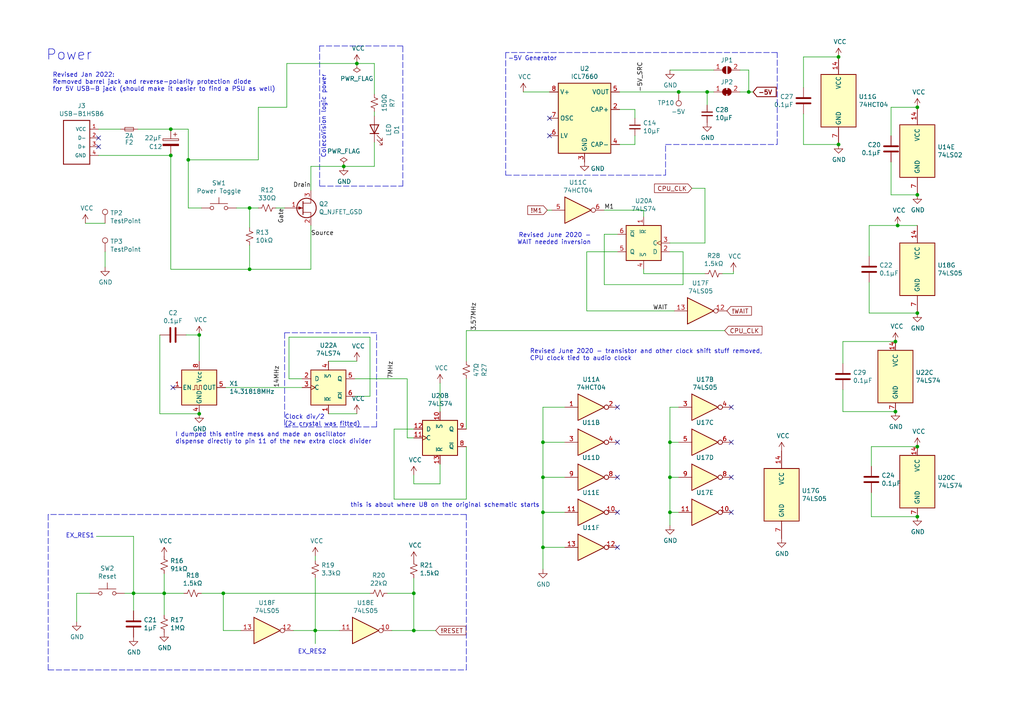
<source format=kicad_sch>
(kicad_sch (version 20250114) (generator "eeschema") (generator_version "9.0")
  (paper "A4")
  (lib_symbols
    (symbol "74xx:74LS02" (pin_names (offset 1.016))
      (property "Reference" "U" (at 0 1.27 0))
      (property "Value" "74LS02" (at 0 -1.27 0))
      (symbol "74LS02_1_1"
        (pin input line (at -7.62 2.54 0) (length 4.318) (name "~") (number "2"))
        (pin input line (at -7.62 -2.54 0) (length 4.318) (name "~") (number "3"))
        (pin output inverted (at 7.62 0 180) (length 3.81) (name "~") (number "1"))
      )
      (symbol "74LS02_1_2"
        (pin input inverted (at -7.62 2.54 0) (length 3.81) (name "~") (number "2"))
        (pin input inverted (at -7.62 -2.54 0) (length 3.81) (name "~") (number "3"))
        (pin output line (at 7.62 0 180) (length 3.81) (name "~") (number "1"))
      )
      (symbol "74LS02_2_1"
        (pin input line (at -7.62 2.54 0) (length 4.318) (name "~") (number "5"))
        (pin input line (at -7.62 -2.54 0) (length 4.318) (name "~") (number "6"))
        (pin output inverted (at 7.62 0 180) (length 3.81) (name "~") (number "4"))
      )
      (symbol "74LS02_2_2"
        (pin input inverted (at -7.62 2.54 0) (length 3.81) (name "~") (number "5"))
        (pin input inverted (at -7.62 -2.54 0) (length 3.81) (name "~") (number "6"))
        (pin output line (at 7.62 0 180) (length 3.81) (name "~") (number "4"))
      )
      (symbol "74LS02_3_1"
        (pin input line (at -7.62 2.54 0) (length 4.318) (name "~") (number "8"))
        (pin input line (at -7.62 -2.54 0) (length 4.318) (name "~") (number "9"))
        (pin output inverted (at 7.62 0 180) (length 3.81) (name "~") (number "10"))
      )
      (symbol "74LS02_3_2"
        (pin input inverted (at -7.62 2.54 0) (length 3.81) (name "~") (number "8"))
        (pin input inverted (at -7.62 -2.54 0) (length 3.81) (name "~") (number "9"))
        (pin output line (at 7.62 0 180) (length 3.81) (name "~") (number "10"))
      )
      (symbol "74LS02_4_1"
        (pin input line (at -7.62 2.54 0) (length 4.318) (name "~") (number "11"))
        (pin input line (at -7.62 -2.54 0) (length 4.318) (name "~") (number "12"))
        (pin output inverted (at 7.62 0 180) (length 3.81) (name "~") (number "13"))
      )
      (symbol "74LS02_4_2"
        (pin input inverted (at -7.62 2.54 0) (length 3.81) (name "~") (number "11"))
        (pin input inverted (at -7.62 -2.54 0) (length 3.81) (name "~") (number "12"))
        (pin output line (at 7.62 0 180) (length 3.81) (name "~") (number "13"))
      )
      (symbol "74LS02_5_0"
        (pin power_in line (at 0 12.7 270) (length 5.08) (name "VCC") (number "14"))
        (pin power_in line (at 0 -12.7 90) (length 5.08) (name "GND") (number "7"))
      )
    )
    (symbol "74xx:74LS04"
      (property "Reference" "U" (at 0 1.27 0))
      (property "Value" "74LS04" (at 0 -1.27 0))
      (symbol "74LS04_1_0"
        (pin input line (at -7.62 0 0) (length 3.81) (name "~") (number "1"))
        (pin output inverted (at 7.62 0 180) (length 3.81) (name "~") (number "2"))
      )
      (symbol "74LS04_2_0"
        (pin input line (at -7.62 0 0) (length 3.81) (name "~") (number "3"))
        (pin output inverted (at 7.62 0 180) (length 3.81) (name "~") (number "4"))
      )
      (symbol "74LS04_3_0"
        (pin input line (at -7.62 0 0) (length 3.81) (name "~") (number "5"))
        (pin output inverted (at 7.62 0 180) (length 3.81) (name "~") (number "6"))
      )
      (symbol "74LS04_4_0"
        (pin input line (at -7.62 0 0) (length 3.81) (name "~") (number "9"))
        (pin output inverted (at 7.62 0 180) (length 3.81) (name "~") (number "8"))
      )
      (symbol "74LS04_5_0"
        (pin input line (at -7.62 0 0) (length 3.81) (name "~") (number "11"))
        (pin output inverted (at 7.62 0 180) (length 3.81) (name "~") (number "10"))
      )
      (symbol "74LS04_6_0"
        (pin input line (at -7.62 0 0) (length 3.81) (name "~") (number "13"))
        (pin output inverted (at 7.62 0 180) (length 3.81) (name "~") (number "12"))
      )
      (symbol "74LS04_7_0"
        (pin power_in line (at 0 12.7 270) (length 5.08) (name "VCC") (number "14"))
        (pin power_in line (at 0 -12.7 90) (length 5.08) (name "GND") (number "7"))
      )
    )
    (symbol "74xx:74LS05" (pin_names (offset 1.016))
      (property "Reference" "U" (at 0 1.27 0))
      (property "Value" "74LS05" (at 0 -1.27 0))
      (symbol "74LS05_1_0"
        (pin input line (at -7.62 0 0) (length 3.81) (name "~") (number "1"))
        (pin open_collector inverted (at 7.62 0 180) (length 3.81) (name "~") (number "2"))
      )
      (symbol "74LS05_2_0"
        (pin input line (at -7.62 0 0) (length 3.81) (name "~") (number "3"))
        (pin open_collector inverted (at 7.62 0 180) (length 3.81) (name "~") (number "4"))
      )
      (symbol "74LS05_3_0"
        (pin input line (at -7.62 0 0) (length 3.81) (name "~") (number "5"))
        (pin open_collector inverted (at 7.62 0 180) (length 3.81) (name "~") (number "6"))
      )
      (symbol "74LS05_4_0"
        (pin input line (at -7.62 0 0) (length 3.81) (name "~") (number "9"))
        (pin open_collector inverted (at 7.62 0 180) (length 3.81) (name "~") (number "8"))
      )
      (symbol "74LS05_5_0"
        (pin input line (at -7.62 0 0) (length 3.81) (name "~") (number "11"))
        (pin open_collector inverted (at 7.62 0 180) (length 3.81) (name "~") (number "10"))
      )
      (symbol "74LS05_6_0"
        (pin input line (at -7.62 0 0) (length 3.81) (name "~") (number "13"))
        (pin open_collector inverted (at 7.62 0 180) (length 3.81) (name "~") (number "12"))
      )
      (symbol "74LS05_7_0"
        (pin power_in line (at 0 12.7 270) (length 5.08) (name "VCC") (number "14"))
        (pin power_in line (at 0 -12.7 90) (length 5.08) (name "GND") (number "7"))
      )
    )
    (symbol "74xx:74LS74" (pin_names (offset 1.016))
      (property "Reference" "U" (at -7.62 8.89 0))
      (property "Value" "74LS74" (at -7.62 -8.89 0))
      (symbol "74LS74_1_0"
        (pin input line (at -7.62 2.54 0) (length 2.54) (name "D") (number "2"))
        (pin input clock (at -7.62 0 0) (length 2.54) (name "C") (number "3"))
        (pin input line (at 0 7.62 270) (length 2.54) (name "~{S}") (number "4"))
        (pin input line (at 0 -7.62 90) (length 2.54) (name "~{R}") (number "1"))
        (pin output line (at 7.62 2.54 180) (length 2.54) (name "Q") (number "5"))
        (pin output line (at 7.62 -2.54 180) (length 2.54) (name "~{Q}") (number "6"))
      )
      (symbol "74LS74_2_0"
        (pin input line (at -7.62 2.54 0) (length 2.54) (name "D") (number "12"))
        (pin input clock (at -7.62 0 0) (length 2.54) (name "C") (number "11"))
        (pin input line (at 0 7.62 270) (length 2.54) (name "~{S}") (number "10"))
        (pin input line (at 0 -7.62 90) (length 2.54) (name "~{R}") (number "13"))
        (pin output line (at 7.62 2.54 180) (length 2.54) (name "Q") (number "9"))
        (pin output line (at 7.62 -2.54 180) (length 2.54) (name "~{Q}") (number "8"))
      )
      (symbol "74LS74_3_0"
        (pin power_in line (at 0 10.16 270) (length 2.54) (name "VCC") (number "14"))
        (pin power_in line (at 0 -10.16 90) (length 2.54) (name "GND") (number "7"))
      )
    )
    (symbol "Connector:TestPoint" (pin_numbers (hide yes)) (pin_names (offset 0.762) (hide yes))
      (property "Reference" "TP" (at 0 6.858 0))
      (property "Value" "TestPoint" (at 0 5.08 0))
      (symbol "TestPoint_1_1"
        (pin passive line (at 0 0 90) (length 2.54) (name "1") (number "1"))
      )
    )
    (symbol "Device:C" (pin_numbers (hide yes)) (pin_names (offset 0.254))
      (property "Reference" "C" (at 0.635 2.54 0))
      (property "Value" "C" (at 0.635 -2.54 0))
      (symbol "C_1_1"
        (pin passive line (at 0 3.81 270) (length 2.794) (name "~") (number "1"))
        (pin passive line (at 0 -3.81 90) (length 2.794) (name "~") (number "2"))
      )
    )
    (symbol "Device:CP" (pin_numbers (hide yes)) (pin_names (offset 0.254))
      (property "Reference" "C" (at 0.635 2.54 0))
      (property "Value" "Device_CP" (at 0.635 -2.54 0))
      (symbol "CP_1_1"
        (pin passive line (at 0 3.81 270) (length 2.794) (name "~") (number "1"))
        (pin passive line (at 0 -3.81 90) (length 2.794) (name "~") (number "2"))
      )
    )
    (symbol "Device:C_Small" (pin_numbers (hide yes)) (pin_names (offset 0.254) (hide yes))
      (property "Reference" "C" (at 0.254 1.778 0))
      (property "Value" "C_Small" (at 0.254 -2.032 0))
      (symbol "C_Small_1_1"
        (pin passive line (at 0 2.54 270) (length 2.032) (name "~") (number "1"))
        (pin passive line (at 0 -2.54 90) (length 2.032) (name "~") (number "2"))
      )
    )
    (symbol "Device:Fuse_Small" (pin_numbers (hide yes)) (pin_names (offset 0.254) (hide yes))
      (property "Reference" "F" (at 0 -1.524 0))
      (property "Value" "Fuse_Small" (at 0 1.524 0))
      (symbol "Fuse_Small_1_1"
        (pin passive line (at -2.54 0 0) (length 1.27) (name "~") (number "1"))
        (pin passive line (at 2.54 0 180) (length 1.27) (name "~") (number "2"))
      )
    )
    (symbol "Device:LED" (pin_numbers (hide yes)) (pin_names (offset 1.016) (hide yes))
      (property "Reference" "D" (at 0 2.54 0))
      (property "Value" "LED" (at 0 -2.54 0))
      (symbol "LED_1_1"
        (pin passive line (at -3.81 0 0) (length 2.54) (name "K") (number "1"))
        (pin passive line (at 3.81 0 180) (length 2.54) (name "A") (number "2"))
      )
    )
    (symbol "Device:Q_NJFET_GSD" (pin_names (offset 0) (hide yes))
      (property "Reference" "Q" (at 5.08 1.27 0))
      (property "Value" "Q_NJFET_GSD" (at 5.08 -1.27 0))
      (symbol "Q_NJFET_GSD_1_1"
        (pin input line (at -5.08 0 0) (length 5.334) (name "G") (number "1"))
        (pin passive line (at 2.54 5.08 270) (length 2.54) (name "D") (number "3"))
        (pin passive line (at 2.54 -5.08 90) (length 2.54) (name "S") (number "2"))
      )
    )
    (symbol "Device:R_Small_US" (pin_numbers (hide yes)) (pin_names (offset 0.254) (hide yes))
      (property "Reference" "R" (at 0.762 0.508 0))
      (property "Value" "R_Small_US" (at 0.762 -1.016 0))
      (symbol "R_Small_US_1_1"
        (pin passive line (at 0 2.54 270) (length 1.016) (name "~") (number "1"))
        (pin passive line (at 0 -2.54 90) (length 1.016) (name "~") (number "2"))
      )
    )
    (symbol "Jumper:SolderJumper_2_Bridged" (pin_names (offset 0) (hide yes))
      (property "Reference" "JP" (at 0 2.032 0))
      (property "Value" "SolderJumper_2_Bridged" (at 0 -2.54 0))
      (symbol "SolderJumper_2_Bridged_1_1"
        (pin passive line (at -3.81 0 0) (length 2.54) (name "A") (number "1"))
        (pin passive line (at 3.81 0 180) (length 2.54) (name "B") (number "2"))
      )
    )
    (symbol "Jumper:SolderJumper_2_Open" (pin_names (offset 0) (hide yes))
      (property "Reference" "JP" (at 0 2.032 0))
      (property "Value" "SolderJumper_2_Open" (at 0 -2.54 0))
      (symbol "SolderJumper_2_Open_1_1"
        (pin passive line (at -3.81 0 0) (length 2.54) (name "A") (number "1"))
        (pin passive line (at 3.81 0 180) (length 2.54) (name "B") (number "2"))
      )
    )
    (symbol "Oscillator:CXO_DIP8" (pin_names (offset 0.254))
      (property "Reference" "X" (at -5.08 6.35 0))
      (property "Value" "CXO_DIP8" (at 1.27 -6.35 0))
      (symbol "CXO_DIP8_1_1"
        (pin input line (at -7.62 0 0) (length 2.54) (name "EN") (number "1"))
        (pin power_in line (at 0 7.62 270) (length 2.54) (name "Vcc") (number "8"))
        (pin power_in line (at 0 -7.62 90) (length 2.54) (name "GND") (number "4"))
        (pin output line (at 7.62 0 180) (length 2.54) (name "OUT") (number "5"))
      )
    )
    (symbol "Regulator_SwitchedCapacitor:ICL7660"
      (property "Reference" "U" (at -6.35 11.43 0))
      (property "Value" "ICL7660" (at 3.81 11.43 0))
      (symbol "ICL7660_1_1"
        (pin power_in line (at -10.16 7.62 0) (length 2.54) (name "V+") (number "8"))
        (pin input line (at -10.16 0 0) (length 2.54) (name "OSC") (number "7"))
        (pin input line (at -10.16 -5.08 0) (length 2.54) (name "LV") (number "6"))
        (pin no_connect line (at -7.62 5.08 0) (length 2.54) (hide yes) (name "NC") (number "1"))
        (pin power_in line (at 0 -12.7 90) (length 2.54) (name "GND") (number "3"))
        (pin power_out line (at 10.16 7.62 180) (length 2.54) (name "VOUT") (number "5"))
        (pin input line (at 10.16 2.54 180) (length 2.54) (name "CAP+") (number "2"))
        (pin input line (at 10.16 -7.62 180) (length 2.54) (name "CAP-") (number "4"))
      )
    )
    (symbol "Switch:SW_Push" (pin_numbers (hide yes)) (pin_names (offset 1.016) (hide yes))
      (property "Reference" "SW" (at 1.27 2.54 0))
      (property "Value" "SW_Push" (at 0 -1.524 0))
      (symbol "SW_Push_0_1"
        (pin passive line (at -5.08 0 0) (length 2.54) (name "1") (number "1"))
        (pin passive line (at 5.08 0 180) (length 2.54) (name "2") (number "2"))
      )
    )
    (symbol "USB-B1HSB6:USB-B1HSB6" (pin_names (offset 1.016))
      (property "Reference" "X" (at 0 5.08 0))
      (property "Value" "USB-B1HSB6" (at 0 -10.16 0))
      (symbol "USB-B1HSB6_0_0"
        (pin power_in line (at -2.54 2.54 0) (length 2.54) (name "VCC") (number "1"))
        (pin bidirectional line (at -2.54 0 0) (length 2.54) (name "D-") (number "2"))
        (pin bidirectional line (at -2.54 -2.54 0) (length 2.54) (name "D+") (number "3"))
        (pin power_in line (at -2.54 -5.08 0) (length 2.54) (name "GND") (number "4"))
      )
    )
    (symbol "power:GND" (power) (pin_names (offset 0))
      (property "Value" "GND" (at 0 -3.81 0))
      (symbol "GND_1_1"
        (pin power_in line (at 0 0 270) (length 0) (hide yes) (name "GND") (number "1"))
      )
    )
    (symbol "power:PWR_FLAG" (power) (pin_numbers (hide yes)) (pin_names (offset 0) (hide yes))
      (property "Value" "PWR_FLAG" (at 0 3.81 0))
      (symbol "PWR_FLAG_0_0"
        (pin power_out line (at 0 0 90) (length 0) (name "pwr") (number "1"))
      )
    )
    (symbol "power:VCC" (power) (pin_names (offset 0))
      (property "Value" "VCC" (at 0 3.81 0))
      (symbol "VCC_1_1"
        (pin power_in line (at 0 0 90) (length 0) (hide yes) (name "VCC") (number "1"))
      )
    )
  )
  (text "Power" (at 13.335 17.78 0) (effects (font (size 2.9972 2.9972)) (justify left bottom)))
  (text "Revised June 2020 -\nWAIT needed inversion" (at 171.45 71.12 0) (effects (font (size 1.27 1.27)) (justify right bottom)))
  (text "ColecoVision logic power" (at 94.615 21.59 90) (effects (font (size 1.27 1.27)) (justify right bottom)))
  (text "I dumped this entire mess and made an oscillator\ndispense directly to pin 11 of the new extra clock divider" (at 50.8 128.905 0) (effects (font (size 1.27 1.27)) (justify left bottom)))
  (text "EX_RES2" (at 86.36 189.865 0) (effects (font (size 1.27 1.27)) (justify left bottom)))
  (text "Revised June 2020 - transistor and other clock shift stuff removed,\nCPU clock tied to audio clock" (at 153.67 104.775 0) (effects (font (size 1.27 1.27)) (justify left bottom)))
  (text "Clock div/2\n(2x crystal was fitted)" (at 82.55 123.825 0) (effects (font (size 1.27 1.27)) (justify left bottom)))
  (text "Revised Jan 2022:\nRemoved barrel jack and reverse-polarity protection diode\nfor 5V USB-B jack (should make it easier to find a PSU as well)" (at 15.24 26.67 0) (effects (font (size 1.27 1.27)) (justify left bottom)))
  (text "EX_RES1" (at 19.05 156.21 0) (effects (font (size 1.27 1.27)) (justify left bottom)))
  (text "this is about where U8 on the original schematic starts\n" (at 101.6 147.32 0) (effects (font (size 1.27 1.27)) (justify left bottom)))
  (text "-5V Generator" (at 147.32 17.78 0) (effects (font (size 1.27 1.27)) (justify left bottom)))
  (junction (at 266.065 90.805))
  (junction (at 72.39 78.105))
  (junction (at 217.17 26.67))
  (junction (at 194.31 148.59))
  (junction (at 157.48 158.75))
  (junction (at 157.48 148.59))
  (junction (at 157.48 138.43))
  (junction (at 266.065 56.515))
  (junction (at 120.015 182.88))
  (junction (at 64.77 172.085))
  (junction (at 266.065 149.86))
  (junction (at 194.31 128.27))
  (junction (at 266.065 129.54))
  (junction (at 91.44 182.88))
  (junction (at 57.785 97.155))
  (junction (at 259.715 99.06))
  (junction (at 38.735 172.085))
  (junction (at 157.48 128.27))
  (junction (at 47.625 172.085))
  (junction (at 196.85 26.67))
  (junction (at 99.695 48.26))
  (junction (at 194.31 138.43))
  (junction (at 103.505 18.415))
  (junction (at 72.39 60.325))
  (junction (at 243.205 41.91))
  (junction (at 49.53 45.085))
  (junction (at 120.015 172.085))
  (junction (at 49.53 37.465))
  (junction (at 243.205 16.51))
  (junction (at 266.065 31.115))
  (junction (at 57.785 120.015))
  (junction (at 259.715 119.38))
  (junction (at 260.35 65.405))
  (junction (at 205.105 26.67))
  (junction (at 54.61 46.355))
  (no_connect (at 28.575 40.005))
  (no_connect (at 179.07 158.75))
  (no_connect (at 212.09 138.43))
  (no_connect (at 212.09 148.59))
  (no_connect (at 179.07 138.43))
  (no_connect (at 159.385 39.37))
  (no_connect (at 28.575 42.545))
  (no_connect (at 179.07 118.11))
  (no_connect (at 159.385 34.29))
  (no_connect (at 212.09 128.27))
  (no_connect (at 179.07 128.27))
  (no_connect (at 179.07 148.59))
  (no_connect (at 50.165 112.395))
  (no_connect (at 212.09 118.11))
  (wire (pts (xy 91.44 182.88) (xy 98.425 182.88)))
  (wire (pts (xy 82.55 60.325) (xy 80.01 60.325)))
  (wire (pts (xy 28.575 45.085) (xy 49.53 45.085)))
  (wire (pts (xy 47.625 166.37) (xy 47.625 172.085)))
  (wire (pts (xy 260.35 65.405) (xy 252.095 65.405)))
  (wire (pts (xy 91.44 162.56) (xy 91.44 161.29)))
  (wire (pts (xy 194.31 152.4) (xy 194.31 148.59)))
  (polyline (pts (xy 146.685 50.8) (xy 193.04 50.8)) (stroke (width 0) (type dash)))
  (polyline (pts (xy 13.97 149.225) (xy 13.97 194.31)) (stroke (width 0) (type dash)))
  (wire (pts (xy 30.48 77.47) (xy 30.48 73.025)))
  (wire (pts (xy 214.63 26.67) (xy 217.17 26.67)))
  (wire (pts (xy 58.42 172.085) (xy 64.77 172.085)))
  (wire (pts (xy 24.765 64.77) (xy 30.48 64.77)))
  (wire (pts (xy 204.47 54.61) (xy 204.47 70.485)))
  (wire (pts (xy 184.15 41.91) (xy 179.705 41.91)))
  (wire (pts (xy 205.105 26.67) (xy 207.01 26.67)))
  (wire (pts (xy 198.12 73.025) (xy 198.12 82.55)))
  (wire (pts (xy 186.69 60.96) (xy 175.26 60.96)))
  (wire (pts (xy 120.015 172.085) (xy 120.015 167.64)))
  (wire (pts (xy 38.735 172.085) (xy 47.625 172.085)))
  (wire (pts (xy 184.15 34.29) (xy 184.15 31.75)))
  (wire (pts (xy 135.255 144.78) (xy 135.255 129.54)))
  (wire (pts (xy 74.93 31.115) (xy 83.185 31.115)))
  (wire (pts (xy 157.48 128.27) (xy 157.48 118.11)))
  (wire (pts (xy 47.625 172.085) (xy 53.34 172.085)))
  (polyline (pts (xy 225.425 41.91) (xy 225.425 15.24)) (stroke (width 0) (type dash)))
  (wire (pts (xy 46.355 97.155) (xy 46.355 120.015)))
  (wire (pts (xy 194.31 118.11) (xy 196.85 118.11)))
  (wire (pts (xy 108.585 32.385) (xy 108.585 33.655)))
  (polyline (pts (xy 116.84 13.335) (xy 92.71 13.335)) (stroke (width 0) (type dash)))
  (wire (pts (xy 157.48 118.11) (xy 163.83 118.11)))
  (wire (pts (xy 47.625 178.435) (xy 47.625 172.085)))
  (wire (pts (xy 163.83 128.27) (xy 157.48 128.27)))
  (wire (pts (xy 195.58 90.17) (xy 170.18 90.17)))
  (wire (pts (xy 258.445 56.515) (xy 266.065 56.515)))
  (polyline (pts (xy 193.04 41.91) (xy 225.425 41.91)) (stroke (width 0) (type dash)))
  (wire (pts (xy 209.55 79.375) (xy 212.725 79.375)))
  (wire (pts (xy 57.785 104.775) (xy 57.785 97.155)))
  (wire (pts (xy 38.735 177.165) (xy 38.735 172.085)))
  (polyline (pts (xy 92.71 53.975) (xy 116.84 53.975)) (stroke (width 0) (type dash)))
  (wire (pts (xy 38.735 155.575) (xy 27.94 155.575)))
  (polyline (pts (xy 109.22 123.825) (xy 109.22 96.52)) (stroke (width 0) (type dash)))
  (wire (pts (xy 244.475 119.38) (xy 259.715 119.38)))
  (wire (pts (xy 196.85 26.67) (xy 205.105 26.67)))
  (wire (pts (xy 157.48 158.75) (xy 157.48 148.59)))
  (wire (pts (xy 54.61 46.355) (xy 74.93 46.355)))
  (wire (pts (xy 90.17 65.405) (xy 90.17 78.105)))
  (wire (pts (xy 196.85 148.59) (xy 194.31 148.59)))
  (wire (pts (xy 72.39 60.325) (xy 68.58 60.325)))
  (wire (pts (xy 233.045 41.91) (xy 233.045 33.02)))
  (wire (pts (xy 196.85 138.43) (xy 194.31 138.43)))
  (wire (pts (xy 243.205 41.91) (xy 233.045 41.91)))
  (wire (pts (xy 108.585 41.275) (xy 108.585 48.26)))
  (wire (pts (xy 83.82 109.855) (xy 87.63 109.855)))
  (wire (pts (xy 114.3 144.78) (xy 135.255 144.78)))
  (wire (pts (xy 266.065 129.54) (xy 252.73 129.54)))
  (polyline (pts (xy 82.55 96.52) (xy 82.55 123.825)) (stroke (width 0) (type dash)))
  (wire (pts (xy 65.405 112.395) (xy 87.63 112.395)))
  (wire (pts (xy 49.53 37.465) (xy 54.61 37.465)))
  (wire (pts (xy 118.11 109.855) (xy 118.11 127)))
  (wire (pts (xy 151.765 26.67) (xy 159.385 26.67)))
  (wire (pts (xy 233.045 16.51) (xy 233.045 25.4)))
  (wire (pts (xy 258.445 46.99) (xy 258.445 56.515)))
  (wire (pts (xy 85.09 182.88) (xy 91.44 182.88)))
  (wire (pts (xy 53.975 97.155) (xy 57.785 97.155)))
  (wire (pts (xy 102.87 114.935) (xy 107.315 114.935)))
  (wire (pts (xy 252.73 149.86) (xy 266.065 149.86)))
  (wire (pts (xy 163.83 158.75) (xy 157.48 158.75)))
  (wire (pts (xy 157.48 138.43) (xy 157.48 128.27)))
  (wire (pts (xy 120.015 172.085) (xy 120.015 182.88)))
  (wire (pts (xy 49.53 37.465) (xy 40.005 37.465)))
  (wire (pts (xy 95.25 120.015) (xy 103.505 120.015)))
  (wire (pts (xy 196.85 128.27) (xy 194.31 128.27)))
  (wire (pts (xy 83.185 18.415) (xy 103.505 18.415)))
  (polyline (pts (xy 135.255 194.31) (xy 135.255 149.225)) (stroke (width 0) (type dash)))
  (wire (pts (xy 198.12 82.55) (xy 175.26 82.55)))
  (wire (pts (xy 112.395 172.085) (xy 120.015 172.085)))
  (wire (pts (xy 135.255 95.885) (xy 210.185 95.885)))
  (wire (pts (xy 72.39 78.105) (xy 90.17 78.105)))
  (polyline (pts (xy 82.55 123.825) (xy 109.22 123.825)) (stroke (width 0) (type dash)))
  (wire (pts (xy 118.11 127) (xy 120.015 127)))
  (wire (pts (xy 184.15 31.75) (xy 179.705 31.75)))
  (polyline (pts (xy 225.425 15.24) (xy 146.685 15.24)) (stroke (width 0) (type dash)))
  (wire (pts (xy 157.48 148.59) (xy 157.48 138.43)))
  (wire (pts (xy 252.73 142.875) (xy 252.73 149.86)))
  (wire (pts (xy 244.475 99.06) (xy 244.475 105.41)))
  (wire (pts (xy 135.255 124.46) (xy 135.255 109.855)))
  (wire (pts (xy 186.69 62.865) (xy 186.69 60.96)))
  (wire (pts (xy 160.02 60.96) (xy 158.75 60.96)))
  (wire (pts (xy 64.77 172.085) (xy 107.315 172.085)))
  (wire (pts (xy 217.17 20.32) (xy 217.17 26.67)))
  (wire (pts (xy 72.39 66.04) (xy 72.39 60.325)))
  (wire (pts (xy 26.035 172.085) (xy 22.225 172.085)))
  (wire (pts (xy 99.695 48.26) (xy 108.585 48.26)))
  (wire (pts (xy 266.065 65.405) (xy 260.35 65.405)))
  (wire (pts (xy 163.83 148.59) (xy 157.48 148.59)))
  (wire (pts (xy 179.705 26.67) (xy 196.85 26.67)))
  (wire (pts (xy 74.93 31.115) (xy 74.93 46.355)))
  (wire (pts (xy 194.31 148.59) (xy 194.31 138.43)))
  (wire (pts (xy 194.31 20.32) (xy 207.01 20.32)))
  (wire (pts (xy 120.015 137.795) (xy 120.015 140.335)))
  (wire (pts (xy 252.095 90.805) (xy 266.065 90.805)))
  (wire (pts (xy 179.07 73.025) (xy 170.18 73.025)))
  (wire (pts (xy 212.725 79.375) (xy 212.725 78.74)))
  (wire (pts (xy 204.47 70.485) (xy 194.31 70.485)))
  (wire (pts (xy 252.73 129.54) (xy 252.73 135.255)))
  (polyline (pts (xy 146.685 15.24) (xy 146.685 50.8)) (stroke (width 0) (type dash)))
  (wire (pts (xy 266.065 31.115) (xy 258.445 31.115)))
  (wire (pts (xy 194.31 128.27) (xy 194.31 118.11)))
  (wire (pts (xy 72.39 71.12) (xy 72.39 78.105)))
  (wire (pts (xy 49.53 78.105) (xy 72.39 78.105)))
  (wire (pts (xy 99.695 48.26) (xy 90.17 48.26)))
  (wire (pts (xy 184.15 39.37) (xy 184.15 41.91)))
  (polyline (pts (xy 13.97 194.31) (xy 135.255 194.31)) (stroke (width 0) (type dash)))
  (wire (pts (xy 120.015 140.335) (xy 127.635 140.335)))
  (wire (pts (xy 107.315 114.935) (xy 107.315 97.79)))
  (wire (pts (xy 103.505 104.775) (xy 95.25 104.775)))
  (polyline (pts (xy 193.04 50.8) (xy 193.04 41.91)) (stroke (width 0) (type dash)))
  (wire (pts (xy 243.205 16.51) (xy 233.045 16.51)))
  (wire (pts (xy 163.83 138.43) (xy 157.48 138.43)))
  (wire (pts (xy 194.31 73.025) (xy 198.12 73.025)))
  (wire (pts (xy 83.82 97.79) (xy 83.82 109.855)))
  (wire (pts (xy 157.48 165.1) (xy 157.48 158.75)))
  (wire (pts (xy 200.66 54.61) (xy 204.47 54.61)))
  (wire (pts (xy 258.445 31.115) (xy 258.445 39.37)))
  (wire (pts (xy 217.17 26.67) (xy 218.44 26.67)))
  (wire (pts (xy 186.69 79.375) (xy 186.69 78.105)))
  (polyline (pts (xy 109.22 96.52) (xy 82.55 96.52)) (stroke (width 0) (type dash)))
  (wire (pts (xy 58.42 60.325) (xy 54.61 60.325)))
  (wire (pts (xy 170.18 73.025) (xy 170.18 90.17)))
  (wire (pts (xy 113.665 182.88) (xy 120.015 182.88)))
  (wire (pts (xy 107.315 97.79) (xy 83.82 97.79)))
  (polyline (pts (xy 135.255 149.225) (xy 13.97 149.225)) (stroke (width 0) (type dash)))
  (wire (pts (xy 64.77 182.88) (xy 69.85 182.88)))
  (wire (pts (xy 120.015 182.88) (xy 126.365 182.88)))
  (wire (pts (xy 22.225 172.085) (xy 22.225 180.34)))
  (wire (pts (xy 244.475 113.03) (xy 244.475 119.38)))
  (polyline (pts (xy 92.71 13.335) (xy 92.71 53.975)) (stroke (width 0) (type dash)))
  (wire (pts (xy 34.925 37.465) (xy 28.575 37.465)))
  (wire (pts (xy 120.015 124.46) (xy 114.3 124.46)))
  (wire (pts (xy 175.26 67.945) (xy 179.07 67.945)))
  (wire (pts (xy 108.585 18.415) (xy 108.585 27.305)))
  (polyline (pts (xy 116.84 53.975) (xy 116.84 13.335)) (stroke (width 0) (type dash)))
  (wire (pts (xy 114.3 124.46) (xy 114.3 144.78)))
  (wire (pts (xy 102.87 109.855) (xy 118.11 109.855)))
  (wire (pts (xy 127.635 111.125) (xy 127.635 119.38)))
  (wire (pts (xy 259.715 99.06) (xy 244.475 99.06)))
  (wire (pts (xy 38.735 172.085) (xy 38.735 155.575)))
  (wire (pts (xy 91.44 182.88) (xy 91.44 186.69)))
  (wire (pts (xy 91.44 182.88) (xy 91.44 167.64)))
  (wire (pts (xy 46.355 120.015) (xy 57.785 120.015)))
  (wire (pts (xy 36.195 172.085) (xy 38.735 172.085)))
  (wire (pts (xy 54.61 37.465) (xy 54.61 46.355)))
  (wire (pts (xy 214.63 20.32) (xy 217.17 20.32)))
  (wire (pts (xy 83.185 31.115) (xy 83.185 18.415)))
  (wire (pts (xy 205.105 30.48) (xy 205.105 26.67)))
  (wire (pts (xy 252.095 65.405) (xy 252.095 74.295)))
  (wire (pts (xy 135.255 95.885) (xy 135.255 104.775)))
  (wire (pts (xy 175.26 82.55) (xy 175.26 67.945)))
  (wire (pts (xy 74.93 60.325) (xy 72.39 60.325)))
  (wire (pts (xy 127.635 140.335) (xy 127.635 134.62)))
  (wire (pts (xy 64.77 172.085) (xy 64.77 182.88)))
  (wire (pts (xy 54.61 46.355) (xy 54.61 60.325)))
  (wire (pts (xy 90.17 48.26) (xy 90.17 55.245)))
  (wire (pts (xy 194.31 138.43) (xy 194.31 128.27)))
  (wire (pts (xy 252.095 81.915) (xy 252.095 90.805)))
  (wire (pts (xy 204.47 79.375) (xy 186.69 79.375)))
  (wire (pts (xy 49.53 45.085) (xy 49.53 78.105)))
  (wire (pts (xy 103.505 18.415) (xy 108.585 18.415)))
  (label "Source" (at 90.17 68.58 0))
  (label "3.57MHz" (at 138.43 95.885 90))
  (label "-5V_SRC" (at 186.69 26.67 90))
  (label "M1" (at 175.26 60.96 0))
  (label "WAIT" (at 193.675 90.17 180))
  (label "14MHz" (at 81.28 112.395 90))
  (label "Drain" (at 90.17 54.61 180))
  (label "7MHz" (at 114.3 109.855 90))
  (label "Gate" (at 82.55 60.325 270))
  (global_label "!RESET" (shape input) (at 126.365 182.88 0) (property "Intersheetrefs" "${INTERSHEET_REFS}" (effects (hide yes))))
  (global_label "!WAIT" (shape input) (at 210.82 90.17 0) (property "Intersheetrefs" "${INTERSHEET_REFS}" (effects (hide yes))))
  (global_label "CPU_CLK" (shape input) (at 210.185 95.885 0) (property "Intersheetrefs" "${INTERSHEET_REFS}" (effects (hide yes))))
  (global_label "CPU_CLK" (shape input) (at 200.66 54.61 180) (property "Intersheetrefs" "${INTERSHEET_REFS}" (effects (hide yes))))
  (global_label "!M1" (shape input) (at 158.75 60.96 180) (property "Intersheetrefs" "${INTERSHEET_REFS}" (effects (hide yes))))
  (global_label "-5V" (shape input) (at 218.44 26.67 0) (effects (font (thickness 0.254) (bold yes))) (property "Intersheetrefs" "${INTERSHEET_REFS}" (effects (hide yes))))
  (symbol (lib_id "Device:CP") (at 49.53 41.275 0) (mirror y) (unit 1)
    (property "Reference" "C12" (at 43.18 42.545 0) (effects (justify right)))
    (property "Value" "22µF" (at 41.91 40.005 0) (effects (justify right)))
    (property "Footprint" "Capacitors_ThroughHole:CP_Radial_D5.0mm_P2.50mm" (effects (hide yes)))
    (property "DigiKey" "493-1037-ND" (effects (hide yes)))
  )
  (symbol (lib_id "Switch:SW_Push") (at 63.5 60.325 0) (unit 1)
    (property "Reference" "SW1" (at 63.5 53.086 0))
    (property "Value" "Power Toggle" (at 63.5 55.3974 0))
    (property "Footprint" "LeakyChips:PVA1_Switch" (effects (hide yes)))
    (property "Datasheet" "https://www.digikey.ca/product-detail/en/Y17P11141FP/CKN10276-ND/2296958/?itemSeq=317120675" (effects (hide yes)))
    (property "DigiKey" "401-1132-ND" (effects (hide yes)))
  )
  (symbol (lib_id "power:VCC") (at 103.505 18.415 0) (unit 1)
    (property "Reference" "#PWR030" (effects (hide yes)))
    (property "Value" "VCC" (at 103.9368 14.0208 0))
  )
  (symbol (lib_id "Device:LED") (at 108.585 37.465 90) (unit 1)
    (property "Reference" "D1" (at 115.062 37.6428 0))
    (property "Value" "LED" (at 112.7506 37.6428 0))
    (property "Footprint" "LEDs:LED_D3.0mm" (effects (hide yes)))
    (property "DigiKey" "1497-1022-ND" (effects (hide yes)))
  )
  (symbol (lib_id "Device:R_Small_US") (at 108.585 29.845 180) (unit 1)
    (property "Reference" "R7" (at 113.792 29.845 90))
    (property "Value" "150Ω" (at 111.4806 29.845 90))
    (property "Footprint" "Resistors_SMD:R_0805_HandSoldering" (effects (hide yes)))
    (property "DigiKey" "RMCF0805JT150RCT-ND" (effects (hide yes)))
  )
  (symbol (lib_id "74xx:74LS02") (at 266.065 43.815 0) (unit 5)
    (property "Reference" "U14" (at 271.907 42.6466 0) (effects (justify left)))
    (property "Value" "74LS02" (at 271.907 44.958 0) (effects (justify left)))
    (property "Footprint" "Housings_SOIC:SOIC-14_3.9x8.7mm_Pitch1.27mm" (effects (hide yes)))
    (property "Datasheet" "http://www.ti.com/lit/gpn/sn74ls02" (effects (hide yes)))
    (property "DigiKey" "296-14874-1-ND" (effects (hide yes)))
  )
  (symbol (lib_id "power:GND") (at 266.065 56.515 0) (unit 1)
    (property "Reference" "#PWR0116" (effects (hide yes)))
    (property "Value" "GND" (at 266.192 60.9092 0))
  )
  (symbol (lib_id "power:VCC") (at 266.065 31.115 0) (unit 1)
    (property "Reference" "#PWR0117" (effects (hide yes)))
    (property "Value" "VCC" (at 266.4968 26.7208 0))
  )
  (symbol (lib_id "Device:C") (at 258.445 43.18 0) (mirror x) (unit 1)
    (property "Reference" "C20" (at 255.524 42.0116 0) (effects (justify right)))
    (property "Value" "0.1µF" (at 255.524 44.323 0) (effects (justify right)))
    (property "Footprint" "Capacitors_SMD:C_0805_HandSoldering" (effects (hide yes)))
    (property "DigiKey" "1276-1099-1-ND" (effects (hide yes)))
  )
  (symbol (lib_id "74xx:74LS74") (at 266.065 139.7 0) (unit 3)
    (property "Reference" "U20" (at 271.907 138.5316 0) (effects (justify left)))
    (property "Value" "74LS74" (at 271.907 140.843 0) (effects (justify left)))
    (property "Footprint" "Housings_SOIC:SOIC-14_3.9x8.7mm_Pitch1.27mm" (effects (hide yes)))
    (property "Datasheet" "74xx/74hc_hct74.pdf" (effects (hide yes)))
    (property "DigiKey" "296-14899-1-ND" (effects (hide yes)))
  )
  (symbol (lib_id "Device:C") (at 252.73 139.065 0) (unit 1)
    (property "Reference" "C24" (at 255.651 137.8966 0) (effects (justify left)))
    (property "Value" "0.1µF" (at 255.651 140.208 0) (effects (justify left)))
    (property "Footprint" "Capacitors_SMD:C_0805_HandSoldering" (effects (hide yes)))
    (property "DigiKey" "1276-1099-1-ND" (effects (hide yes)))
  )
  (symbol (lib_id "Switch:SW_Push") (at 31.115 172.085 0) (unit 1)
    (property "Reference" "SW2" (at 31.115 164.846 0))
    (property "Value" "Reset" (at 31.115 167.1574 0))
    (property "Footprint" "Buttons_Switches_ThroughHole:SW_PUSH_6mm" (effects (hide yes)))
    (property "DigiKey" "679-2428-ND" (effects (hide yes)))
  )
  (symbol (lib_id "power:GND") (at 22.225 180.34 0) (unit 1)
    (property "Reference" "#PWR0119" (effects (hide yes)))
    (property "Value" "GND" (at 22.352 184.7342 0))
  )
  (symbol (lib_id "Device:C") (at 38.735 180.975 0) (unit 1)
    (property "Reference" "C21" (at 41.656 179.8066 0) (effects (justify left)))
    (property "Value" "1µF" (at 41.656 182.118 0) (effects (justify left)))
    (property "Footprint" "Capacitors_SMD:C_0805_HandSoldering" (effects (hide yes)))
    (property "DigiKey" "1276-2926-1-ND" (effects (hide yes)))
  )
  (symbol (lib_id "power:GND") (at 38.735 184.785 0) (unit 1)
    (property "Reference" "#PWR0120" (effects (hide yes)))
    (property "Value" "GND" (at 38.862 189.1792 0))
  )
  (symbol (lib_id "Device:R_Small_US") (at 47.625 180.975 0) (unit 1)
    (property "Reference" "R17" (at 49.3522 179.8066 0) (effects (justify left)))
    (property "Value" "1MΩ" (at 49.3522 182.118 0) (effects (justify left)))
    (property "Footprint" "Resistors_SMD:R_0805_HandSoldering" (effects (hide yes)))
    (property "DigiKey" "RMCF0805JT1M00CT-ND" (effects (hide yes)))
  )
  (symbol (lib_id "power:GND") (at 47.625 183.515 0) (unit 1)
    (property "Reference" "#PWR0121" (effects (hide yes)))
    (property "Value" "GND" (at 47.752 187.9092 0))
  )
  (symbol (lib_id "Device:R_Small_US") (at 47.625 163.83 0) (unit 1)
    (property "Reference" "R16" (at 49.3522 162.6616 0) (effects (justify left)))
    (property "Value" "91kΩ" (at 49.3522 164.973 0) (effects (justify left)))
    (property "Footprint" "Resistors_SMD:R_0805_HandSoldering" (effects (hide yes)))
    (property "DigiKey" "RMCF0805JT91K0CT-ND" (effects (hide yes)))
  )
  (symbol (lib_id "power:VCC") (at 47.625 161.29 0) (unit 1)
    (property "Reference" "#PWR0122" (effects (hide yes)))
    (property "Value" "VCC" (at 48.0568 156.8958 0))
  )
  (symbol (lib_id "Device:R_Small_US") (at 55.88 172.085 270) (unit 1)
    (property "Reference" "R18" (at 55.88 166.878 90))
    (property "Value" "1.5kΩ" (at 55.88 169.1894 90))
    (property "Footprint" "Resistors_SMD:R_0805_HandSoldering" (effects (hide yes)))
    (property "DigiKey" "RMCF0805FT1K00CT-ND" (effects (hide yes)))
  )
  (symbol (lib_id "74xx:74LS05") (at 77.47 182.88 0) (unit 6)
    (property "Reference" "U18" (at 77.47 174.8282 0))
    (property "Value" "74LS05" (at 77.47 177.1396 0))
    (property "Footprint" "Housings_SOIC:SOIC-14_3.9x8.7mm_Pitch1.27mm" (effects (hide yes)))
    (property "Datasheet" "http://www.ti.com/lit/gpn/sn74LS05" (effects (hide yes)))
    (property "DigiKey" "296-1630-1-ND" (effects (hide yes)))
  )
  (symbol (lib_id "74xx:74LS05") (at 106.045 182.88 0) (unit 5)
    (property "Reference" "U18" (at 106.045 174.8282 0))
    (property "Value" "74LS05" (at 106.045 177.1396 0))
    (property "Footprint" "Housings_SOIC:SOIC-14_3.9x8.7mm_Pitch1.27mm" (effects (hide yes)))
    (property "Datasheet" "http://www.ti.com/lit/gpn/sn74LS05" (effects (hide yes)))
    (property "DigiKey" "296-1630-1-ND" (effects (hide yes)))
  )
  (symbol (lib_id "Device:R_Small_US") (at 91.44 165.1 0) (unit 1)
    (property "Reference" "R19" (at 93.1672 163.9316 0) (effects (justify left)))
    (property "Value" "3.3kΩ" (at 93.1672 166.243 0) (effects (justify left)))
    (property "Footprint" "Resistors_SMD:R_0805_HandSoldering" (effects (hide yes)))
    (property "DigiKey" "RMCF0805JT3K30CT-ND" (effects (hide yes)))
  )
  (symbol (lib_id "Device:R_Small_US") (at 77.47 60.325 270) (unit 1)
    (property "Reference" "R12" (at 77.47 55.118 90))
    (property "Value" "330Ω" (at 77.47 57.4294 90))
    (property "Footprint" "Resistors_SMD:R_0805_HandSoldering" (effects (hide yes)))
    (property "DigiKey" "RMCF0805JT330RCT-ND" (effects (hide yes)))
  )
  (symbol (lib_id "power:VCC") (at 91.44 161.29 0) (unit 1)
    (property "Reference" "#PWR0123" (effects (hide yes)))
    (property "Value" "VCC" (at 91.8718 156.8958 0))
  )
  (symbol (lib_id "Device:Q_NJFET_GSD") (at 87.63 60.325 0) (unit 1)
    (property "Reference" "Q2" (at 92.4814 59.1566 0) (effects (justify left)))
    (property "Value" "Q_NJFET_GSD" (at 92.4814 61.468 0) (effects (justify left)))
    (property "Footprint" "TO_SOT_Packages_SMD:SOT-23_Handsoldering" (effects (hide yes)))
    (property "Datasheet" "https://www.digikey.ca/product-detail/en/diodes-incorporated/DMN6075S-7/DMN6075S-7DICT-ND/5149299" (effects (hide yes)))
    (property "DigiKey" "DMN2046U-7DICT-ND" (effects (hide yes)))
  )
  (symbol (lib_id "Device:R_Small_US") (at 109.855 172.085 270) (unit 1)
    (property "Reference" "R20" (at 109.855 166.878 90))
    (property "Value" "22kΩ" (at 109.855 169.1894 90))
    (property "Footprint" "Resistors_SMD:R_0805_HandSoldering" (effects (hide yes)))
    (property "DigiKey" "RMCF0805JT22K0CT-ND" (effects (hide yes)))
  )
  (symbol (lib_id "power:GND") (at 99.695 48.26 0) (unit 1)
    (property "Reference" "#PWR0114" (effects (hide yes)))
    (property "Value" "GND" (at 99.822 52.6542 0))
  )
  (symbol (lib_id "Device:R_Small_US") (at 120.015 165.1 0) (unit 1)
    (property "Reference" "R21" (at 121.7422 163.9316 0) (effects (justify left)))
    (property "Value" "1.5kΩ" (at 121.7422 166.243 0) (effects (justify left)))
    (property "Footprint" "Resistors_SMD:R_0805_HandSoldering" (effects (hide yes)))
    (property "DigiKey" "RMCF0805FT1K00CT-ND" (effects (hide yes)))
  )
  (symbol (lib_id "power:VCC") (at 120.015 162.56 0) (unit 1)
    (property "Reference" "#PWR0124" (effects (hide yes)))
    (property "Value" "VCC" (at 120.4468 158.1658 0))
  )
  (symbol (lib_id "Device:Fuse_Small") (at 37.465 37.465 0) (mirror x) (unit 1)
    (property "Reference" "F2" (at 37.465 41.275 0))
    (property "Value" "2A" (at 37.465 39.37 0))
    (property "Footprint" "0251002.MRT1L:0251002.MRT1L" (effects (hide yes)))
    (property "Datasheet" "https://www.digikey.ca/product-detail/en/littelfuse-inc/0251002.MRT1L/F3171CT-ND/1984467" (effects (hide yes)))
    (property "DigiKey" "F3171CT-ND" (effects (hide yes)))
  )
  (symbol (lib_id "74xx:74LS74") (at 127.635 127 0) (unit 2)
    (property "Reference" "U20" (at 127.635 114.7826 0))
    (property "Value" "74LS74" (at 127.635 117.094 0))
    (property "Footprint" "Housings_SOIC:SOIC-14_3.9x8.7mm_Pitch1.27mm" (effects (hide yes)))
    (property "Datasheet" "74xx/74hc_hct74.pdf" (effects (hide yes)))
    (property "DigiKey" "296-14899-1-ND" (effects (hide yes)))
  )
  (symbol (lib_id "74xx:74LS05") (at 266.065 78.105 0) (unit 7)
    (property "Reference" "U18" (at 271.907 76.9366 0) (effects (justify left)))
    (property "Value" "74LS05" (at 271.907 79.248 0) (effects (justify left)))
    (property "Footprint" "Housings_SOIC:SOIC-14_3.9x8.7mm_Pitch1.27mm" (effects (hide yes)))
    (property "Datasheet" "http://www.ti.com/lit/gpn/sn74LS05" (effects (hide yes)))
    (property "DigiKey" "296-1630-1-ND" (effects (hide yes)))
  )
  (symbol (lib_id "power:VCC") (at 127.635 111.125 0) (unit 1)
    (property "Reference" "#PWR0126" (effects (hide yes)))
    (property "Value" "VCC" (at 128.0668 106.7308 0))
  )
  (symbol (lib_id "power:VCC") (at 120.015 137.795 0) (unit 1)
    (property "Reference" "#PWR0127" (effects (hide yes)))
    (property "Value" "VCC" (at 120.4468 133.4008 0))
  )
  (symbol (lib_id "Device:C") (at 252.095 78.105 0) (unit 1)
    (property "Reference" "C22" (at 255.016 76.9366 0) (effects (justify left)))
    (property "Value" "0.1µF" (at 255.016 79.248 0) (effects (justify left)))
    (property "Footprint" "Capacitors_SMD:C_0805_HandSoldering" (effects (hide yes)))
    (property "DigiKey" "1276-1099-1-ND" (effects (hide yes)))
  )
  (symbol (lib_id "power:PWR_FLAG") (at 103.505 18.415 0) (mirror x) (unit 1)
    (property "Reference" "#FLG0101" (effects (hide yes)))
    (property "Value" "PWR_FLAG" (at 103.505 22.8092 0))
  )
  (symbol (lib_id "Connector:TestPoint") (at 196.85 26.67 180) (unit 1)
    (property "Reference" "TP10" (at 195.58 29.845 0) (effects (justify left)))
    (property "Value" "-5V" (at 198.755 32.385 0) (effects (justify left)))
    (property "Footprint" "TestPoint:TestPoint_Loop_D1.80mm_Drill1.0mm_Beaded" (effects (hide yes)))
  )
  (symbol (lib_id "power:VCC") (at 266.065 129.54 0) (unit 1)
    (property "Reference" "#PWR0147" (effects (hide yes)))
    (property "Value" "VCC" (at 266.4968 125.1458 0))
  )
  (symbol (lib_id "power:GND") (at 266.065 149.86 0) (unit 1)
    (property "Reference" "#PWR0148" (effects (hide yes)))
    (property "Value" "GND" (at 266.192 154.2542 0))
  )
  (symbol (lib_id "power:GND") (at 259.715 119.38 0) (unit 1)
    (property "Reference" "#PWR0150" (effects (hide yes)))
    (property "Value" "GND" (at 259.842 123.7742 0))
  )
  (symbol (lib_id "power:VCC") (at 259.715 99.06 0) (unit 1)
    (property "Reference" "#PWR0151" (effects (hide yes)))
    (property "Value" "VCC" (at 260.1468 94.6658 0))
  )
  (symbol (lib_id "power:GND") (at 266.065 90.805 0) (unit 1)
    (property "Reference" "#PWR0155" (effects (hide yes)))
    (property "Value" "GND" (at 266.192 95.1992 0))
  )
  (symbol (lib_id "Device:R_Small_US") (at 72.39 68.58 0) (unit 1)
    (property "Reference" "R13" (at 74.1172 67.4116 0) (effects (justify left)))
    (property "Value" "10kΩ" (at 74.1172 69.723 0) (effects (justify left)))
    (property "Footprint" "Resistors_SMD:R_0805_HandSoldering" (effects (hide yes)))
    (property "DigiKey" "RMCF0805JT10K0CT-ND" (effects (hide yes)))
  )
  (symbol (lib_id "power:VCC") (at 260.35 65.405 0) (unit 1)
    (property "Reference" "#PWR0156" (effects (hide yes)))
    (property "Value" "VCC" (at 260.7818 61.0108 0))
  )
  (symbol (lib_id "power:GND") (at 57.785 120.015 0) (unit 1)
    (property "Reference" "#PWR0157" (effects (hide yes)))
    (property "Value" "GND" (at 57.912 124.4092 0))
  )
  (symbol (lib_id "power:PWR_FLAG") (at 99.695 48.26 0) (unit 1)
    (property "Reference" "#FLG0102" (effects (hide yes)))
    (property "Value" "PWR_FLAG" (at 99.695 43.8658 0))
  )
  (symbol (lib_id "74xx:74LS74") (at 95.25 112.395 0) (unit 1)
    (property "Reference" "U22" (at 95.25 100.1776 0))
    (property "Value" "74LS74" (at 95.25 102.489 0))
    (property "Footprint" "Housings_SOIC:SOIC-14_3.9x8.7mm_Pitch1.27mm" (effects (hide yes)))
    (property "Datasheet" "74xx/74hc_hct74.pdf" (effects (hide yes)))
    (property "DigiKey" "296-14899-1-ND" (effects (hide yes)))
  )
  (symbol (lib_id "Device:R_Small_US") (at 135.255 107.315 180) (unit 1)
    (property "Reference" "R27" (at 140.462 107.315 90))
    (property "Value" "47Ω" (at 138.1506 107.315 90))
    (property "Footprint" "Resistors_SMD:R_0805_HandSoldering" (effects (hide yes)))
    (property "DigiKey" "RMCF0805JT47R0CT-ND\r" (effects (hide yes)))
  )
  (symbol (lib_id "power:VCC") (at 103.505 120.015 0) (unit 1)
    (property "Reference" "#PWR0131" (effects (hide yes)))
    (property "Value" "VCC" (at 103.9368 115.6208 0))
  )
  (symbol (lib_id "power:VCC") (at 103.505 104.775 0) (unit 1)
    (property "Reference" "#PWR0132" (effects (hide yes)))
    (property "Value" "VCC" (at 103.9368 100.3808 0))
  )
  (symbol (lib_id "74xx:74LS74") (at 259.715 109.22 0) (unit 3)
    (property "Reference" "U22" (at 265.557 108.0516 0) (effects (justify left)))
    (property "Value" "74LS74" (at 265.557 110.363 0) (effects (justify left)))
    (property "Footprint" "Housings_SOIC:SOIC-14_3.9x8.7mm_Pitch1.27mm" (effects (hide yes)))
    (property "Datasheet" "74xx/74hc_hct74.pdf" (effects (hide yes)))
    (property "DigiKey" "296-14899-1-ND" (effects (hide yes)))
  )
  (symbol (lib_id "Device:C") (at 244.475 109.22 0) (unit 1)
    (property "Reference" "C29" (at 247.396 108.0516 0) (effects (justify left)))
    (property "Value" "0.1µF" (at 247.396 110.363 0) (effects (justify left)))
    (property "Footprint" "Capacitors_SMD:C_0805_HandSoldering" (effects (hide yes)))
    (property "DigiKey" "1276-1099-1-ND" (effects (hide yes)))
  )
  (symbol (lib_id "74xx:74LS04") (at 167.64 60.96 0) (unit 3)
    (property "Reference" "U11" (at 167.64 52.9082 0))
    (property "Value" "74HCT04" (at 167.64 55.2196 0))
    (property "Footprint" "Housings_SOIC:SOIC-14_3.9x8.7mm_Pitch1.27mm" (effects (hide yes)))
    (property "Datasheet" "http://www.ti.com/lit/gpn/sn74LS04" (effects (hide yes)))
    (property "DigiKey" "296-31832-1-ND" (effects (hide yes)))
  )
  (symbol (lib_id "74xx:74LS74") (at 186.69 70.485 180) (unit 1)
    (property "Reference" "U20" (at 186.69 58.2676 0))
    (property "Value" "74LS74" (at 186.69 60.579 0))
    (property "Footprint" "Housings_SOIC:SOIC-14_3.9x8.7mm_Pitch1.27mm" (effects (hide yes)))
    (property "Datasheet" "74xx/74hc_hct74.pdf" (effects (hide yes)))
    (property "DigiKey" "296-14899-1-ND" (effects (hide yes)))
  )
  (symbol (lib_id "Device:R_Small_US") (at 207.01 79.375 270) (unit 1)
    (property "Reference" "R28" (at 207.01 74.168 90))
    (property "Value" "1.5kΩ" (at 207.01 76.4794 90))
    (property "Footprint" "Resistors_SMD:R_0805_HandSoldering" (effects (hide yes)))
    (property "DigiKey" "RMCF0805FT1K00CT-ND" (effects (hide yes)))
  )
  (symbol (lib_id "power:VCC") (at 212.725 78.74 0) (unit 1)
    (property "Reference" "#PWR0129" (effects (hide yes)))
    (property "Value" "VCC" (at 213.1568 74.3458 0))
  )
  (symbol (lib_id "Oscillator:CXO_DIP8") (at 57.785 112.395 0) (unit 1)
    (property "Reference" "X1" (at 66.5226 111.2266 0) (effects (justify left)))
    (property "Value" "14.31818MHz" (at 66.5226 113.538 0) (effects (justify left)))
    (property "Footprint" "Oscillators:Oscillator_DIP-8_LargePads" (effects (hide yes)))
    (property "Datasheet" "https://www.digikey.ca/product-detail/en/abracon-llc/ACH-14.31818MHZ-EK/535-9170-5-ND/675365" (effects (hide yes)))
    (property "DigiKey" "535-9170-5-ND" (effects (hide yes)))
  )
  (symbol (lib_id "power:VCC") (at 57.785 97.155 0) (unit 1)
    (property "Reference" "#PWR0133" (effects (hide yes)))
    (property "Value" "VCC" (at 58.2168 92.7608 0))
  )
  (symbol (lib_id "Device:C") (at 50.165 97.155 270) (unit 1)
    (property "Reference" "C2" (at 50.165 90.7542 90))
    (property "Value" "0.1µF" (at 50.165 93.0656 90))
    (property "Footprint" "Capacitors_SMD:C_0805_HandSoldering" (effects (hide yes)))
    (property "DigiKey" "1276-1099-1-ND" (effects (hide yes)))
  )
  (symbol (lib_id "74xx:74LS05") (at 226.695 143.51 0) (unit 7)
    (property "Reference" "U17" (at 232.537 142.3416 0) (effects (justify left)))
    (property "Value" "74LS05" (at 232.537 144.653 0) (effects (justify left)))
    (property "Datasheet" "http://www.ti.com/lit/gpn/sn74LS05" (effects (hide yes)))
    (property "DigiKey" "296-1630-1-ND" (effects (hide yes)))
  )
  (symbol (lib_id "power:VCC") (at 226.695 130.81 0) (unit 1)
    (property "Reference" "#PWR0152" (effects (hide yes)))
    (property "Value" "VCC" (at 227.1268 126.4158 0))
  )
  (symbol (lib_id "power:GND") (at 226.695 156.21 0) (unit 1)
    (property "Reference" "#PWR0153" (effects (hide yes)))
    (property "Value" "GND" (at 226.822 160.6042 0))
  )
  (symbol (lib_id "74xx:74LS04") (at 243.205 29.21 0) (unit 7)
    (property "Reference" "U11" (at 249.047 28.0416 0) (effects (justify left)))
    (property "Value" "74HCT04" (at 249.047 30.353 0) (effects (justify left)))
    (property "Footprint" "Housings_SOIC:SOIC-14_3.9x8.7mm_Pitch1.27mm" (effects (hide yes)))
    (property "Datasheet" "http://www.ti.com/lit/gpn/sn74LS04" (effects (hide yes)))
    (property "DigiKey" "296-31832-1-ND" (effects (hide yes)))
  )
  (symbol (lib_id "power:VCC") (at 243.205 16.51 0) (unit 1)
    (property "Reference" "#PWR0130" (effects (hide yes)))
    (property "Value" "VCC" (at 243.6368 12.1158 0))
  )
  (symbol (lib_id "power:GND") (at 243.205 41.91 0) (unit 1)
    (property "Reference" "#PWR0149" (effects (hide yes)))
    (property "Value" "GND" (at 243.332 46.3042 0))
  )
  (symbol (lib_id "Device:C") (at 233.045 29.21 0) (mirror x) (unit 1)
    (property "Reference" "C27" (at 230.1494 28.0416 0) (effects (justify right)))
    (property "Value" "0.1µF" (at 230.1494 30.353 0) (effects (justify right)))
    (property "Footprint" "Capacitors_SMD:C_0805_HandSoldering" (effects (hide yes)))
    (property "DigiKey" "1276-1099-1-ND" (effects (hide yes)))
  )
  (symbol (lib_id "Connector:TestPoint") (at 30.48 64.77 0) (unit 1)
    (property "Reference" "TP2" (at 31.9532 61.7728 0) (effects (justify left)))
    (property "Value" "TestPoint" (at 31.9532 64.0842 0) (effects (justify left)))
    (property "Footprint" "Measurement_Points:Measurement_Point_Round-TH_Small" (effects (hide yes)))
  )
  (symbol (lib_id "Connector:TestPoint") (at 30.48 73.025 0) (unit 1)
    (property "Reference" "TP3" (at 31.9532 70.0278 0) (effects (justify left)))
    (property "Value" "TestPoint" (at 31.9532 72.3392 0) (effects (justify left)))
    (property "Footprint" "Measurement_Points:Measurement_Point_Round-TH_Small" (effects (hide yes)))
  )
  (symbol (lib_id "power:VCC") (at 24.765 64.77 0) (unit 1)
    (property "Reference" "#PWR0160" (effects (hide yes)))
    (property "Value" "VCC" (at 25.1968 60.3758 0))
  )
  (symbol (lib_id "power:GND") (at 30.48 77.47 0) (unit 1)
    (property "Reference" "#PWR0161" (effects (hide yes)))
    (property "Value" "GND" (at 30.607 81.8642 0))
  )
  (symbol (lib_id "74xx:74LS05") (at 203.2 90.17 0) (unit 6)
    (property "Reference" "U17" (at 203.2 82.1182 0))
    (property "Value" "74LS05" (at 203.2 84.4296 0))
    (property "Datasheet" "http://www.ti.com/lit/gpn/sn74LS05" (effects (hide yes)))
    (property "DigiKey" "296-1630-1-ND" (effects (hide yes)))
  )
  (symbol (lib_id "Regulator_SwitchedCapacitor:ICL7660") (at 169.545 34.29 0) (unit 1)
    (property "Reference" "U2" (at 169.545 19.8882 0))
    (property "Value" "ICL7660" (at 169.545 22.1996 0))
    (property "Footprint" "Package_SO:SOIC-8_3.9x4.9mm_P1.27mm" (effects (hide yes)))
    (property "Datasheet" "http://datasheets.maximintegrated.com/en/ds/ICL7660-MAX1044.pdf" (effects (hide yes)))
    (property "DigiKey" "ICL7660CSA+TCT-ND" (effects (hide yes)))
  )
  (symbol (lib_id "Device:C_Small") (at 184.15 36.83 0) (unit 1)
    (property "Reference" "C14" (at 186.4868 35.6616 0) (effects (justify left)))
    (property "Value" "10µF" (at 186.4868 37.973 0) (effects (justify left)))
    (property "Footprint" "Capacitor_SMD:C_0805_2012Metric_Pad1.15x1.40mm_HandSolder" (effects (hide yes)))
    (property "DigiKey" "1276-1298-1-ND" (effects (hide yes)))
  )
  (symbol (lib_id "power:VCC") (at 151.765 26.67 0) (unit 1)
    (property "Reference" "#PWR01" (effects (hide yes)))
    (property "Value" "VCC" (at 152.1968 22.2758 0))
  )
  (symbol (lib_id "Device:C_Small") (at 205.105 33.02 0) (unit 1)
    (property "Reference" "C28" (at 207.4418 31.8516 0) (effects (justify left)))
    (property "Value" "10µF" (at 207.4418 34.163 0) (effects (justify left)))
    (property "Footprint" "Capacitor_SMD:C_0805_2012Metric_Pad1.15x1.40mm_HandSolder" (effects (hide yes)))
    (property "DigiKey" "1276-1298-1-ND" (effects (hide yes)))
  )
  (symbol (lib_id "power:GND") (at 205.105 35.56 0) (unit 1)
    (property "Reference" "#PWR04" (effects (hide yes)))
    (property "Value" "GND" (at 205.232 39.9542 0))
  )
  (symbol (lib_id "power:GND") (at 169.545 46.99 0) (unit 1)
    (property "Reference" "#PWR03" (effects (hide yes)))
    (property "Value" "GND" (at 173.355 48.895 0))
  )
  (symbol (lib_id "74xx:74LS05") (at 204.47 118.11 0) (unit 2)
    (property "Reference" "U17" (at 204.47 110.0582 0))
    (property "Value" "74LS05" (at 204.47 112.3696 0))
    (property "Datasheet" "http://www.ti.com/lit/gpn/sn74LS05" (effects (hide yes)))
    (property "DigiKey" "296-1630-1-ND" (effects (hide yes)))
  )
  (symbol (lib_id "USB-B1HSB6:USB-B1HSB6") (at 26.035 40.005 0) (mirror y) (unit 1)
    (property "Reference" "J3" (at 23.6728 30.6832 0))
    (property "Value" "USB-B1HSB6" (at 23.6728 32.9946 0))
    (property "Footprint" "OST_USB-B1HSB6" (effects (hide yes)))
    (property "MANUFACTURER" "ON-SHORE TECHNOLOGY" (effects (hide yes)))
    (property "DigiKey" "ED2982-ND" (effects (hide yes)))
  )
  (symbol (lib_id "74xx:74LS05") (at 204.47 128.27 0) (unit 3)
    (property "Reference" "U17" (at 204.47 122.555 0))
    (property "Value" "74LS05" (effects (hide yes)))
    (property "Datasheet" "http://www.ti.com/lit/gpn/sn74LS05" (effects (hide yes)))
    (property "DigiKey" "296-1630-1-ND" (effects (hide yes)))
  )
  (symbol (lib_id "74xx:74LS05") (at 204.47 138.43 0) (unit 4)
    (property "Reference" "U17" (at 204.47 132.715 0))
    (property "Value" "74LS05" (effects (hide yes)))
    (property "Datasheet" "http://www.ti.com/lit/gpn/sn74LS05" (effects (hide yes)))
    (property "DigiKey" "296-1630-1-ND" (effects (hide yes)))
  )
  (symbol (lib_id "74xx:74LS05") (at 204.47 148.59 0) (unit 5)
    (property "Reference" "U17" (at 204.47 142.875 0))
    (property "Value" "74LS05" (effects (hide yes)))
    (property "Datasheet" "http://www.ti.com/lit/gpn/sn74LS05" (effects (hide yes)))
    (property "DigiKey" "296-1630-1-ND" (effects (hide yes)))
  )
  (symbol (lib_id "power:GND") (at 194.31 152.4 0) (unit 1)
    (property "Reference" "#PWR0134" (effects (hide yes)))
    (property "Value" "GND" (at 194.437 156.7942 0))
  )
  (symbol (lib_id "74xx:74LS04") (at 171.45 118.11 0) (unit 1)
    (property "Reference" "U11" (at 171.45 110.0582 0))
    (property "Value" "74HCT04" (at 171.45 112.3696 0))
    (property "Footprint" "Housings_SOIC:SOIC-14_3.9x8.7mm_Pitch1.27mm" (effects (hide yes)))
    (property "Datasheet" "http://www.ti.com/lit/gpn/sn74LS04" (effects (hide yes)))
    (property "DigiKey" "296-31832-1-ND" (effects (hide yes)))
  )
  (symbol (lib_id "74xx:74LS04") (at 171.45 128.27 0) (unit 2)
    (property "Reference" "U11" (at 171.45 122.555 0))
    (property "Value" "74HCT04" (effects (hide yes)))
    (property "Footprint" "Housings_SOIC:SOIC-14_3.9x8.7mm_Pitch1.27mm" (effects (hide yes)))
    (property "Datasheet" "http://www.ti.com/lit/gpn/sn74LS04" (effects (hide yes)))
    (property "DigiKey" "296-31832-1-ND" (effects (hide yes)))
  )
  (symbol (lib_id "74xx:74LS04") (at 171.45 138.43 0) (unit 4)
    (property "Reference" "U11" (at 171.45 132.715 0))
    (property "Value" "74HCT04" (effects (hide yes)))
    (property "Footprint" "Housings_SOIC:SOIC-14_3.9x8.7mm_Pitch1.27mm" (effects (hide yes)))
    (property "Datasheet" "http://www.ti.com/lit/gpn/sn74LS04" (effects (hide yes)))
    (property "DigiKey" "296-31832-1-ND" (effects (hide yes)))
  )
  (symbol (lib_id "74xx:74LS04") (at 171.45 148.59 0) (unit 5)
    (property "Reference" "U11" (at 171.45 142.875 0))
    (property "Value" "74HCT04" (effects (hide yes)))
    (property "Footprint" "Housings_SOIC:SOIC-14_3.9x8.7mm_Pitch1.27mm" (effects (hide yes)))
    (property "Datasheet" "http://www.ti.com/lit/gpn/sn74LS04" (effects (hide yes)))
    (property "DigiKey" "296-31832-1-ND" (effects (hide yes)))
  )
  (symbol (lib_id "74xx:74LS04") (at 171.45 158.75 0) (unit 6)
    (property "Reference" "U11" (at 171.45 153.035 0))
    (property "Value" "74HCT04" (effects (hide yes)))
    (property "Footprint" "Housings_SOIC:SOIC-14_3.9x8.7mm_Pitch1.27mm" (effects (hide yes)))
    (property "Datasheet" "http://www.ti.com/lit/gpn/sn74LS04" (effects (hide yes)))
    (property "DigiKey" "296-31832-1-ND" (effects (hide yes)))
  )
  (symbol (lib_id "power:GND") (at 157.48 165.1 0) (unit 1)
    (property "Reference" "#PWR0144" (effects (hide yes)))
    (property "Value" "GND" (at 157.607 169.4942 0))
  )
  (symbol (lib_id "Jumper:SolderJumper_2_Bridged") (at 210.82 26.67 0) (unit 1)
    (property "Reference" "JP2" (at 210.82 23.7998 0))
    (property "Value" "SolderJumper_2_Bridged" (effects (hide yes)))
    (property "Footprint" "Jumper:SolderJumper-2_P1.3mm_Bridged_Pad1.0x1.5mm" (effects (hide yes)))
  )
  (symbol (lib_id "Jumper:SolderJumper_2_Open") (at 210.82 20.32 0) (unit 1)
    (property "Reference" "JP1" (at 210.82 17.4498 0))
    (property "Value" "SolderJumper_2_Open" (effects (hide yes)))
    (property "Footprint" "Jumper:SolderJumper-2_P1.3mm_Open_Pad1.0x1.5mm" (effects (hide yes)))
  )
  (symbol (lib_id "power:GND") (at 194.31 20.32 0) (unit 1)
    (property "Reference" "#PWR05" (effects (hide yes)))
    (property "Value" "GND" (at 194.437 24.7142 0))
  )
)
</source>
